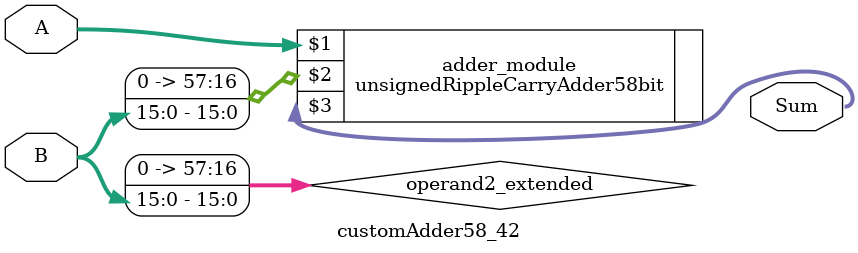
<source format=v>
module customAdder58_42(
                        input [57 : 0] A,
                        input [15 : 0] B,
                        
                        output [58 : 0] Sum
                );

        wire [57 : 0] operand2_extended;
        
        assign operand2_extended =  {42'b0, B};
        
        unsignedRippleCarryAdder58bit adder_module(
            A,
            operand2_extended,
            Sum
        );
        
        endmodule
        
</source>
